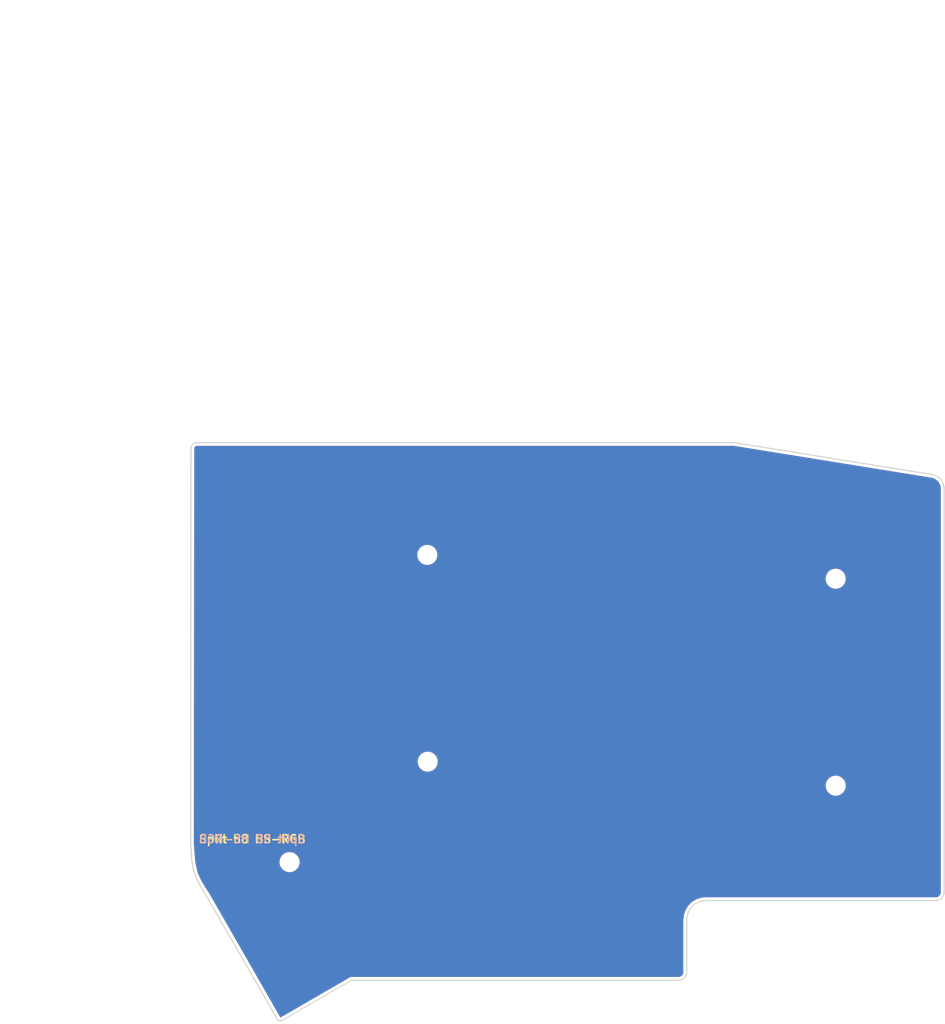
<source format=kicad_pcb>
(kicad_pcb (version 20171130) (host pcbnew "(5.1.6)-1")

  (general
    (thickness 1.6)
    (drawings 64)
    (tracks 0)
    (zones 0)
    (modules 5)
    (nets 1)
  )

  (page A4)
  (title_block
    (title "(Not!)Lily58")
    (date 2020-11-12)
    (rev 0.9)
    (company "Markus Knutsson <markus.knutsson@tweety.se>")
    (comment 1 https://github.com/TweetyDaBird)
    (comment 2 "Licensed under CERN-OHL-S v2 or any superseding version")
  )

  (layers
    (0 F.Cu signal)
    (31 B.Cu signal)
    (32 B.Adhes user)
    (33 F.Adhes user)
    (34 B.Paste user)
    (35 F.Paste user)
    (36 B.SilkS user)
    (37 F.SilkS user)
    (38 B.Mask user)
    (39 F.Mask user)
    (40 Dwgs.User user)
    (41 Cmts.User user)
    (42 Eco1.User user)
    (43 Eco2.User user)
    (44 Edge.Cuts user)
    (45 Margin user)
    (46 B.CrtYd user)
    (47 F.CrtYd user)
    (48 B.Fab user)
    (49 F.Fab user)
  )

  (setup
    (last_trace_width 0.25)
    (user_trace_width 2.5)
    (trace_clearance 0.2)
    (zone_clearance 0.508)
    (zone_45_only no)
    (trace_min 0.2)
    (via_size 0.6096)
    (via_drill 0.3048)
    (via_min_size 0.4)
    (via_min_drill 0.3)
    (uvia_size 0.3)
    (uvia_drill 0.1)
    (uvias_allowed no)
    (uvia_min_size 0.2)
    (uvia_min_drill 0.1)
    (edge_width 0.15)
    (segment_width 0.2)
    (pcb_text_width 0.3)
    (pcb_text_size 1.5 1.5)
    (mod_edge_width 0.15)
    (mod_text_size 1 1)
    (mod_text_width 0.15)
    (pad_size 1.397 1.397)
    (pad_drill 0.8128)
    (pad_to_mask_clearance 0.2)
    (aux_axis_origin 76.0603 36.6903)
    (visible_elements 7FFFFF7F)
    (pcbplotparams
      (layerselection 0x010f0_ffffffff)
      (usegerberextensions true)
      (usegerberattributes false)
      (usegerberadvancedattributes false)
      (creategerberjobfile false)
      (excludeedgelayer true)
      (linewidth 0.100000)
      (plotframeref false)
      (viasonmask false)
      (mode 1)
      (useauxorigin false)
      (hpglpennumber 1)
      (hpglpenspeed 20)
      (hpglpendiameter 15.000000)
      (psnegative false)
      (psa4output false)
      (plotreference true)
      (plotvalue true)
      (plotinvisibletext false)
      (padsonsilk false)
      (subtractmaskfromsilk true)
      (outputformat 1)
      (mirror false)
      (drillshape 0)
      (scaleselection 1)
      (outputdirectory "../gerber/"))
  )

  (net 0 "")

  (net_class Default "これは標準のネット クラスです。"
    (clearance 0.2)
    (trace_width 0.25)
    (via_dia 0.6096)
    (via_drill 0.3048)
    (uvia_dia 0.3)
    (uvia_drill 0.1)
  )

  (net_class GND ""
    (clearance 0.2)
    (trace_width 0.5)
    (via_dia 0.8128)
    (via_drill 0.3048)
    (uvia_dia 0.3)
    (uvia_drill 0.1)
  )

  (net_class VCC ""
    (clearance 0.2)
    (trace_width 0.5)
    (via_dia 0.8128)
    (via_drill 0.3048)
    (uvia_dia 0.3)
    (uvia_drill 0.1)
  )

  (module MountingHole:MountingHole_2.7mm_M2.5 (layer F.Cu) (tedit 56D1B4CB) (tstamp 5B8BE962)
    (at 98.8949 114.1095 90)
    (descr "Mounting Hole 2.7mm, no annular, M2.5")
    (tags "mounting hole 2.7mm no annular m2.5")
    (path /5B74D98F)
    (attr virtual)
    (fp_text reference TH7 (at 0 -3.7 90) (layer F.SilkS) hide
      (effects (font (size 1 1) (thickness 0.15)))
    )
    (fp_text value HOLE (at 0 3.7 90) (layer F.Fab)
      (effects (font (size 1 1) (thickness 0.15)))
    )
    (fp_circle (center 0 0) (end 2.95 0) (layer F.CrtYd) (width 0.05))
    (fp_circle (center 0 0) (end 2.7 0) (layer Cmts.User) (width 0.15))
    (fp_text user %R (at 0.3 0 90) (layer F.Fab)
      (effects (font (size 1 1) (thickness 0.15)))
    )
    (pad 1 np_thru_hole circle (at 0 0 90) (size 2.7 2.7) (drill 2.7) (layers *.Cu *.Mask))
  )

  (module MountingHole:MountingHole_2.7mm_M2.5 (layer F.Cu) (tedit 56D1B4CB) (tstamp 5B8BE95D)
    (at 199.7 100)
    (descr "Mounting Hole 2.7mm, no annular, M2.5")
    (tags "mounting hole 2.7mm no annular m2.5")
    (path /5B74D88C)
    (attr virtual)
    (fp_text reference TH6 (at 0 -3.7) (layer F.SilkS) hide
      (effects (font (size 1 1) (thickness 0.15)))
    )
    (fp_text value HOLE (at 0 3.7) (layer F.Fab)
      (effects (font (size 1 1) (thickness 0.15)))
    )
    (fp_circle (center 0 0) (end 2.95 0) (layer F.CrtYd) (width 0.05))
    (fp_circle (center 0 0) (end 2.7 0) (layer Cmts.User) (width 0.15))
    (fp_text user %R (at 0.3 0) (layer F.Fab)
      (effects (font (size 1 1) (thickness 0.15)))
    )
    (pad 1 np_thru_hole circle (at 0 0) (size 2.7 2.7) (drill 2.7) (layers *.Cu *.Mask))
  )

  (module MountingHole:MountingHole_2.7mm_M2.5 (layer F.Cu) (tedit 56D1B4CB) (tstamp 5B8BE958)
    (at 124.3965 95.5675)
    (descr "Mounting Hole 2.7mm, no annular, M2.5")
    (tags "mounting hole 2.7mm no annular m2.5")
    (path /5B74D78B)
    (attr virtual)
    (fp_text reference TH5 (at 0 -3.7) (layer F.SilkS) hide
      (effects (font (size 1 1) (thickness 0.15)))
    )
    (fp_text value HOLE (at 0 3.7) (layer F.Fab)
      (effects (font (size 1 1) (thickness 0.15)))
    )
    (fp_circle (center 0 0) (end 2.95 0) (layer F.CrtYd) (width 0.05))
    (fp_circle (center 0 0) (end 2.7 0) (layer Cmts.User) (width 0.15))
    (fp_text user %R (at 0.3 0) (layer F.Fab)
      (effects (font (size 1 1) (thickness 0.15)))
    )
    (pad 1 np_thru_hole circle (at 0 0) (size 2.7 2.7) (drill 2.7) (layers *.Cu *.Mask))
  )

  (module MountingHole:MountingHole_2.7mm_M2.5 (layer F.Cu) (tedit 56D1B4CB) (tstamp 5B8BE953)
    (at 199.7 61.8)
    (descr "Mounting Hole 2.7mm, no annular, M2.5")
    (tags "mounting hole 2.7mm no annular m2.5")
    (path /5B74D1C0)
    (attr virtual)
    (fp_text reference TH4 (at 0 -3.7) (layer F.SilkS) hide
      (effects (font (size 1 1) (thickness 0.15)))
    )
    (fp_text value HOLE (at 0 3.7) (layer F.Fab)
      (effects (font (size 1 1) (thickness 0.15)))
    )
    (fp_circle (center 0 0) (end 2.95 0) (layer F.CrtYd) (width 0.05))
    (fp_circle (center 0 0) (end 2.7 0) (layer Cmts.User) (width 0.15))
    (fp_text user %R (at 0.3 0) (layer F.Fab)
      (effects (font (size 1 1) (thickness 0.15)))
    )
    (pad 1 np_thru_hole circle (at 0 0) (size 2.7 2.7) (drill 2.7) (layers *.Cu *.Mask))
  )

  (module MountingHole:MountingHole_2.7mm_M2.5 (layer F.Cu) (tedit 56D1B4CB) (tstamp 5B8BE94E)
    (at 124.32538 57.40908)
    (descr "Mounting Hole 2.7mm, no annular, M2.5")
    (tags "mounting hole 2.7mm no annular m2.5")
    (path /5B74DA95)
    (attr virtual)
    (fp_text reference TH3 (at 0 -3.7) (layer F.SilkS) hide
      (effects (font (size 1 1) (thickness 0.15)))
    )
    (fp_text value HOLE (at 0 3.7) (layer F.Fab)
      (effects (font (size 1 1) (thickness 0.15)))
    )
    (fp_circle (center 0 0) (end 2.95 0) (layer F.CrtYd) (width 0.05))
    (fp_circle (center 0 0) (end 2.7 0) (layer Cmts.User) (width 0.15))
    (fp_text user %R (at 0.3 0) (layer F.Fab)
      (effects (font (size 1 1) (thickness 0.15)))
    )
    (pad 1 np_thru_hole circle (at 0 0) (size 2.7 2.7) (drill 2.7) (layers *.Cu *.Mask))
  )

  (dimension 139.00462 (width 0.15) (layer Eco1.User)
    (gr_text "139,005 mm" (at 150.20261 20.544) (layer Eco1.User)
      (effects (font (size 1 1) (thickness 0.15)))
    )
    (feature1 (pts (xy 80.7003 44.8564) (xy 80.7003 21.257579)))
    (feature2 (pts (xy 219.70492 44.8564) (xy 219.70492 21.257579)))
    (crossbar (pts (xy 219.70492 21.844) (xy 80.7003 21.844)))
    (arrow1a (pts (xy 80.7003 21.844) (xy 81.826804 21.257579)))
    (arrow1b (pts (xy 80.7003 21.844) (xy 81.826804 22.430421)))
    (arrow2a (pts (xy 219.70492 21.844) (xy 218.578416 21.257579)))
    (arrow2b (pts (xy 219.70492 21.844) (xy 218.578416 22.430421)))
  )
  (gr_text "Split 58 HS-RGB" (at 92.0115 109.855) (layer B.SilkS) (tstamp 5FAD16A2)
    (effects (font (size 1.5 1.5) (thickness 0.3)) (justify mirror))
  )
  (gr_text "Split 58 HS-RGB" (at 92.0115 109.855) (layer F.SilkS) (tstamp 5FC233E0)
    (effects (font (size 1.5 1.5) (thickness 0.3)))
  )
  (gr_line (start 80.7085 111.8235) (end 80.772 112.649) (layer Edge.Cuts) (width 0.2) (tstamp 5FB11E18))
  (gr_line (start 80.772 112.649) (end 80.899 114.1095) (layer Edge.Cuts) (width 0.2) (tstamp 5FB11B71))
  (gr_line (start 97.594758 143.271756) (end 110.31982 135.90524) (layer Edge.Cuts) (width 0.2))
  (gr_line (start 218.511891 42.96639) (end 217.79552 42.621355) (layer Edge.Cuts) (width 0.2))
  (gr_line (start 219.50172 44.1452) (end 219.70492 44.8564) (layer Edge.Cuts) (width 0.2) (tstamp 5FAC4583))
  (gr_line (start 219.13342 43.5102) (end 219.50172 44.1452) (layer Edge.Cuts) (width 0.2))
  (dimension 106.7181 (width 0.3) (layer Eco1.User) (tstamp 5BE6B60C)
    (gr_text "106,718 mm" (at 70.9603 90.04935 270) (layer Eco1.User) (tstamp 5BE6B60C)
      (effects (font (size 1.5 1.5) (thickness 0.3)))
    )
    (feature1 (pts (xy 76.0603 143.4084) (xy 72.473879 143.4084)))
    (feature2 (pts (xy 76.0603 36.6903) (xy 72.473879 36.6903)))
    (crossbar (pts (xy 73.0603 36.6903) (xy 73.0603 143.4084)))
    (arrow1a (pts (xy 73.0603 143.4084) (xy 72.473879 142.281896)))
    (arrow1b (pts (xy 73.0603 143.4084) (xy 73.646721 142.281896)))
    (arrow2a (pts (xy 73.0603 36.6903) (xy 72.473879 37.816804)))
    (arrow2b (pts (xy 73.0603 36.6903) (xy 73.646721 37.816804)))
  )
  (gr_line (start 175.719348 121.193595) (end 218.18092 121.19356) (layer Edge.Cuts) (width 0.2))
  (gr_line (start 175.013524 121.264638) (end 175.719348 121.193595) (layer Edge.Cuts) (width 0.2))
  (gr_line (start 174.356326 121.468421) (end 175.013524 121.264638) (layer Edge.Cuts) (width 0.2))
  (gr_line (start 173.761773 121.790925) (end 174.356326 121.468421) (layer Edge.Cuts) (width 0.2))
  (gr_line (start 173.243884 122.218131) (end 173.761773 121.790925) (layer Edge.Cuts) (width 0.2))
  (gr_line (start 172.816678 122.73602) (end 173.243884 122.218131) (layer Edge.Cuts) (width 0.2))
  (gr_line (start 172.494174 123.330573) (end 172.816678 122.73602) (layer Edge.Cuts) (width 0.2))
  (gr_line (start 172.290391 123.987771) (end 172.494174 123.330573) (layer Edge.Cuts) (width 0.2))
  (gr_line (start 172.19422 124.69622) (end 172.290391 123.987771) (layer Edge.Cuts) (width 0.2))
  (gr_line (start 217.79552 42.621355) (end 181.0004 36.6903) (layer Edge.Cuts) (width 0.2))
  (gr_line (start 171.53204 135.649242) (end 171.277232 135.787458) (layer Edge.Cuts) (width 0.2))
  (gr_line (start 171.753993 135.466153) (end 171.53204 135.649242) (layer Edge.Cuts) (width 0.2))
  (gr_line (start 171.937081 135.244201) (end 171.753993 135.466153) (layer Edge.Cuts) (width 0.2))
  (gr_line (start 172.075297 134.989392) (end 171.937081 135.244201) (layer Edge.Cuts) (width 0.2) (tstamp 5FB0BD0B))
  (gr_line (start 172.162633 134.707736) (end 172.075297 134.989392) (layer Edge.Cuts) (width 0.2))
  (gr_line (start 172.19308 134.427634) (end 172.162633 134.707736) (layer Edge.Cuts) (width 0.2))
  (gr_line (start 219.70492 44.8564) (end 219.70492 119.6848) (layer Edge.Cuts) (width 0.2))
  (gr_line (start 81.163697 36.869721) (end 81.342063 36.77297) (layer Edge.Cuts) (width 0.2) (tstamp 5FB119D9))
  (gr_line (start 81.00833 36.997883) (end 81.163697 36.869721) (layer Edge.Cuts) (width 0.2) (tstamp 5FB119D6))
  (gr_line (start 80.880169 37.153249) (end 81.00833 36.997883) (layer Edge.Cuts) (width 0.2) (tstamp 5FB119D0))
  (gr_line (start 80.783417 37.331615) (end 80.880169 37.153249) (layer Edge.Cuts) (width 0.2) (tstamp 5FB119D3))
  (gr_line (start 80.722283 37.528775) (end 80.783417 37.331615) (layer Edge.Cuts) (width 0.2) (tstamp 5FB119C7))
  (gr_line (start 80.7003 37.7444) (end 80.722283 37.528775) (layer Edge.Cuts) (width 0.2) (tstamp 5FB119C4))
  (gr_line (start 81.539222 36.711835) (end 81.7544 36.6903) (layer Edge.Cuts) (width 0.2) (tstamp 5FB119CD))
  (gr_line (start 81.342063 36.77297) (end 81.539222 36.711835) (layer Edge.Cuts) (width 0.2) (tstamp 5FB119CA))
  (gr_line (start 181.0004 36.6903) (end 81.7544 36.6903) (layer Edge.Cuts) (width 0.2))
  (gr_line (start 80.645 110.617) (end 80.7003 37.7444) (layer Edge.Cuts) (width 0.2))
  (gr_line (start 81.4197 116.3955) (end 81.9785 117.6655) (layer Edge.Cuts) (width 0.2) (tstamp 5FAC2F1F))
  (gr_line (start 81.153 115.3795) (end 81.4197 116.3955) (layer Edge.Cuts) (width 0.2))
  (gr_line (start 80.645 110.617) (end 80.7085 111.8235) (layer Edge.Cuts) (width 0.2))
  (gr_line (start 97.426864 143.357278) (end 97.594758 143.271756) (layer Edge.Cuts) (width 0.2))
  (gr_line (start 97.268206 143.404468) (end 97.426864 143.357278) (layer Edge.Cuts) (width 0.2))
  (gr_line (start 97.119252 143.413974) (end 97.268206 143.404468) (layer Edge.Cuts) (width 0.2))
  (gr_line (start 96.98047 143.386445) (end 97.119252 143.413974) (layer Edge.Cuts) (width 0.2))
  (gr_line (start 96.852328 143.322532) (end 96.98047 143.386445) (layer Edge.Cuts) (width 0.2))
  (gr_line (start 96.735295 143.222884) (end 96.852328 143.322532) (layer Edge.Cuts) (width 0.2))
  (gr_line (start 96.629837 143.08815) (end 96.735295 143.222884) (layer Edge.Cuts) (width 0.2))
  (gr_line (start 81.9785 117.6655) (end 96.629837 143.08815) (layer Edge.Cuts) (width 0.2))
  (gr_line (start 80.899 114.1095) (end 81.153 115.3795) (layer Edge.Cuts) (width 0.2))
  (gr_line (start 110.31982 135.90524) (end 170.69308 135.90524) (layer Edge.Cuts) (width 0.2))
  (gr_line (start 172.19422 124.69622) (end 172.19308 134.427634) (layer Edge.Cuts) (width 0.2))
  (gr_line (start 170.995576 135.874793) (end 170.69308 135.90524) (layer Edge.Cuts) (width 0.2))
  (gr_line (start 171.277232 135.787458) (end 170.995576 135.874793) (layer Edge.Cuts) (width 0.2))
  (gr_line (start 219.13342 43.5102) (end 218.511891 42.96639) (layer Edge.Cuts) (width 0.2))
  (gr_line (start 218.500315 121.165688) (end 218.18092 121.19356) (layer Edge.Cuts) (width 0.2) (tstamp 5FAC46A0))
  (gr_line (start 218.781972 121.078352) (end 218.500315 121.165688) (layer Edge.Cuts) (width 0.2) (tstamp 5FAC469D))
  (gr_line (start 219.03678 120.940136) (end 218.781972 121.078352) (layer Edge.Cuts) (width 0.2) (tstamp 5FAC468E))
  (gr_line (start 219.258732 120.757048) (end 219.03678 120.940136) (layer Edge.Cuts) (width 0.2) (tstamp 5FAC468B))
  (gr_line (start 219.441821 120.535096) (end 219.258732 120.757048) (layer Edge.Cuts) (width 0.2) (tstamp 5FAC469A))
  (gr_line (start 219.580037 120.280287) (end 219.441821 120.535096) (layer Edge.Cuts) (width 0.2) (tstamp 5FAC4694))
  (gr_line (start 219.667372 119.998631) (end 219.580037 120.280287) (layer Edge.Cuts) (width 0.2) (tstamp 5FAC4691))
  (gr_line (start 219.70492 119.6848) (end 219.667372 119.998631) (layer Edge.Cuts) (width 0.2) (tstamp 5FAC4697))
  (gr_line (start 61.3824 -17.470697) (end 61.3824 -17.470697) (layer Eco2.User) (width 0.1))
  (gr_line (start 45.503294 -44.952764) (end 45.503294 -44.952764) (layer Eco2.User) (width 0.1))

  (zone (net 0) (net_name "") (layer B.Cu) (tstamp 5C0C0F13) (hatch edge 0.508)
    (connect_pads (clearance 0.508))
    (min_thickness 0.254)
    (fill yes (arc_segments 16) (thermal_gap 0.508) (thermal_bridge_width 0.508))
    (polygon
      (pts
        (xy 72.6821 37.104) (xy 219.9 37) (xy 219.9 121) (xy 173.9 121) (xy 173.9 136)
        (xy 111.9 136) (xy 97.9 144) (xy 84.074 119.888) (xy 72.6821 103.104)
      )
    )
    (filled_polygon
      (pts
        (xy 217.572952 43.329966) (xy 218.103023 43.585272) (xy 218.558348 43.983661) (xy 218.820095 44.43495) (xy 218.96992 44.959338)
        (xy 218.969921 119.64098) (xy 218.945527 119.844869) (xy 218.89945 119.993469) (xy 218.829626 120.122193) (xy 218.736622 120.234938)
        (xy 218.623879 120.32794) (xy 218.495153 120.397765) (xy 218.357908 120.440322) (xy 218.148916 120.45856) (xy 175.790942 120.458596)
        (xy 175.790165 120.458443) (xy 175.718624 120.458596) (xy 175.683243 120.458596) (xy 175.682458 120.458673) (xy 175.681663 120.458675)
        (xy 175.646218 120.462243) (xy 175.575263 120.469231) (xy 175.574506 120.469461) (xy 174.974368 120.529866) (xy 174.936611 120.530098)
        (xy 174.867053 120.544379) (xy 174.797621 120.558345) (xy 174.762778 120.572865) (xy 174.173138 120.755701) (xy 174.137599 120.762997)
        (xy 174.037612 120.805134) (xy 174.037601 120.80514) (xy 174.004173 120.819228) (xy 173.974142 120.839562) (xy 173.912498 120.873)
        (xy 173.9 120.873) (xy 173.875224 120.87544) (xy 173.851399 120.882667) (xy 173.829443 120.894403) (xy 173.810197 120.910197)
        (xy 173.794403 120.929443) (xy 173.78867 120.940168) (xy 173.444237 121.127) (xy 173.411981 121.140456) (xy 173.380754 121.161435)
        (xy 173.379587 121.162068) (xy 173.350911 121.181484) (xy 173.321917 121.200963) (xy 173.320884 121.201815) (xy 173.289742 121.222901)
        (xy 173.265186 121.247761) (xy 172.805461 121.626988) (xy 172.776787 121.646043) (xy 172.749757 121.672938) (xy 172.748325 121.674119)
        (xy 172.724091 121.698475) (xy 172.699872 121.722573) (xy 172.698697 121.723997) (xy 172.671796 121.751034) (xy 172.652739 121.779711)
        (xy 172.273518 122.239428) (xy 172.248654 122.263989) (xy 172.227564 122.295137) (xy 172.226716 122.296165) (xy 172.207282 122.325091)
        (xy 172.187821 122.353834) (xy 172.187188 122.355001) (xy 172.166208 122.386229) (xy 172.152751 122.418487) (xy 171.865321 122.94838)
        (xy 171.84498 122.97842) (xy 171.802842 123.078406) (xy 171.80284 123.078414) (xy 171.78875 123.111847) (xy 171.781456 123.147377)
        (xy 171.602401 123.724826) (xy 171.591991 123.747558) (xy 171.581009 123.793816) (xy 171.577673 123.804574) (xy 171.572672 123.828932)
        (xy 171.566928 123.853126) (xy 171.565413 123.864288) (xy 171.555851 123.910859) (xy 171.555697 123.935859) (xy 171.473813 124.539065)
        (xy 171.469872 124.552051) (xy 171.46409 124.610692) (xy 171.461044 124.633129) (xy 171.460548 124.646608) (xy 171.459225 124.660029)
        (xy 171.459222 124.68267) (xy 171.457057 124.741557) (xy 171.459214 124.754956) (xy 171.458085 134.387762) (xy 171.439602 134.557799)
        (xy 171.394711 134.702571) (xy 171.324885 134.831299) (xy 171.231883 134.944044) (xy 171.119139 135.037046) (xy 170.990413 135.106871)
        (xy 170.848459 135.150887) (xy 170.656186 135.17024) (xy 110.379654 135.17024) (xy 110.367269 135.16821) (xy 110.307383 135.17024)
        (xy 110.283715 135.17024) (xy 110.271294 135.171463) (xy 110.222569 135.173115) (xy 110.19941 135.178543) (xy 110.175735 135.180875)
        (xy 110.129077 135.195029) (xy 110.081607 135.206155) (xy 110.059951 135.215998) (xy 110.037187 135.222903) (xy 109.994182 135.24589)
        (xy 109.982828 135.25105) (xy 109.962362 135.262898) (xy 109.9095 135.291153) (xy 109.899795 135.299118) (xy 97.254713 142.619334)
        (xy 84.184173 119.824826) (xy 84.179081 119.816678) (xy 83.433505 118.7182) (xy 82.63521 117.333018) (xy 82.11586 116.152679)
        (xy 81.869452 115.213983) (xy 81.627709 114.005268) (xy 81.619773 113.913995) (xy 96.9099 113.913995) (xy 96.9099 114.305005)
        (xy 96.986182 114.688503) (xy 97.135815 115.04975) (xy 97.353049 115.374864) (xy 97.629536 115.651351) (xy 97.95465 115.868585)
        (xy 98.315897 116.018218) (xy 98.699395 116.0945) (xy 99.090405 116.0945) (xy 99.473903 116.018218) (xy 99.83515 115.868585)
        (xy 100.160264 115.651351) (xy 100.436751 115.374864) (xy 100.653985 115.04975) (xy 100.803618 114.688503) (xy 100.8799 114.305005)
        (xy 100.8799 113.913995) (xy 100.803618 113.530497) (xy 100.653985 113.16925) (xy 100.436751 112.844136) (xy 100.160264 112.567649)
        (xy 99.83515 112.350415) (xy 99.473903 112.200782) (xy 99.090405 112.1245) (xy 98.699395 112.1245) (xy 98.315897 112.200782)
        (xy 97.95465 112.350415) (xy 97.629536 112.567649) (xy 97.353049 112.844136) (xy 97.135815 113.16925) (xy 96.986182 113.530497)
        (xy 96.9099 113.913995) (xy 81.619773 113.913995) (xy 81.504553 112.588962) (xy 81.442017 111.776) (xy 81.380014 110.597952)
        (xy 81.388204 99.804495) (xy 197.715 99.804495) (xy 197.715 100.195505) (xy 197.791282 100.579003) (xy 197.940915 100.94025)
        (xy 198.158149 101.265364) (xy 198.434636 101.541851) (xy 198.75975 101.759085) (xy 199.120997 101.908718) (xy 199.504495 101.985)
        (xy 199.895505 101.985) (xy 200.279003 101.908718) (xy 200.64025 101.759085) (xy 200.965364 101.541851) (xy 201.241851 101.265364)
        (xy 201.459085 100.94025) (xy 201.608718 100.579003) (xy 201.685 100.195505) (xy 201.685 99.804495) (xy 201.608718 99.420997)
        (xy 201.459085 99.05975) (xy 201.241851 98.734636) (xy 200.965364 98.458149) (xy 200.64025 98.240915) (xy 200.279003 98.091282)
        (xy 199.895505 98.015) (xy 199.504495 98.015) (xy 199.120997 98.091282) (xy 198.75975 98.240915) (xy 198.434636 98.458149)
        (xy 198.158149 98.734636) (xy 197.940915 99.05975) (xy 197.791282 99.420997) (xy 197.715 99.804495) (xy 81.388204 99.804495)
        (xy 81.391568 95.371995) (xy 122.4115 95.371995) (xy 122.4115 95.763005) (xy 122.487782 96.146503) (xy 122.637415 96.50775)
        (xy 122.854649 96.832864) (xy 123.131136 97.109351) (xy 123.45625 97.326585) (xy 123.817497 97.476218) (xy 124.200995 97.5525)
        (xy 124.592005 97.5525) (xy 124.975503 97.476218) (xy 125.33675 97.326585) (xy 125.661864 97.109351) (xy 125.938351 96.832864)
        (xy 126.155585 96.50775) (xy 126.305218 96.146503) (xy 126.3815 95.763005) (xy 126.3815 95.371995) (xy 126.305218 94.988497)
        (xy 126.155585 94.62725) (xy 125.938351 94.302136) (xy 125.661864 94.025649) (xy 125.33675 93.808415) (xy 124.975503 93.658782)
        (xy 124.592005 93.5825) (xy 124.200995 93.5825) (xy 123.817497 93.658782) (xy 123.45625 93.808415) (xy 123.131136 94.025649)
        (xy 122.854649 94.302136) (xy 122.637415 94.62725) (xy 122.487782 94.988497) (xy 122.4115 95.371995) (xy 81.391568 95.371995)
        (xy 81.417192 61.604495) (xy 197.715 61.604495) (xy 197.715 61.995505) (xy 197.791282 62.379003) (xy 197.940915 62.74025)
        (xy 198.158149 63.065364) (xy 198.434636 63.341851) (xy 198.75975 63.559085) (xy 199.120997 63.708718) (xy 199.504495 63.785)
        (xy 199.895505 63.785) (xy 200.279003 63.708718) (xy 200.64025 63.559085) (xy 200.965364 63.341851) (xy 201.241851 63.065364)
        (xy 201.459085 62.74025) (xy 201.608718 62.379003) (xy 201.685 61.995505) (xy 201.685 61.604495) (xy 201.608718 61.220997)
        (xy 201.459085 60.85975) (xy 201.241851 60.534636) (xy 200.965364 60.258149) (xy 200.64025 60.040915) (xy 200.279003 59.891282)
        (xy 199.895505 59.815) (xy 199.504495 59.815) (xy 199.120997 59.891282) (xy 198.75975 60.040915) (xy 198.434636 60.258149)
        (xy 198.158149 60.534636) (xy 197.940915 60.85975) (xy 197.791282 61.220997) (xy 197.715 61.604495) (xy 81.417192 61.604495)
        (xy 81.420525 57.213575) (xy 122.34038 57.213575) (xy 122.34038 57.604585) (xy 122.416662 57.988083) (xy 122.566295 58.34933)
        (xy 122.783529 58.674444) (xy 123.060016 58.950931) (xy 123.38513 59.168165) (xy 123.746377 59.317798) (xy 124.129875 59.39408)
        (xy 124.520885 59.39408) (xy 124.904383 59.317798) (xy 125.26563 59.168165) (xy 125.590744 58.950931) (xy 125.867231 58.674444)
        (xy 126.084465 58.34933) (xy 126.234098 57.988083) (xy 126.31038 57.604585) (xy 126.31038 57.213575) (xy 126.234098 56.830077)
        (xy 126.084465 56.46883) (xy 125.867231 56.143716) (xy 125.590744 55.867229) (xy 125.26563 55.649995) (xy 124.904383 55.500362)
        (xy 124.520885 55.42408) (xy 124.129875 55.42408) (xy 123.746377 55.500362) (xy 123.38513 55.649995) (xy 123.060016 55.867229)
        (xy 122.783529 56.143716) (xy 122.566295 56.46883) (xy 122.416662 56.830077) (xy 122.34038 57.213575) (xy 81.420525 57.213575)
        (xy 81.435271 37.782041) (xy 81.446047 37.676348) (xy 81.464005 37.618434) (xy 81.492365 37.566151) (xy 81.530442 37.519991)
        (xy 81.576597 37.481918) (xy 81.628884 37.453556) (xy 81.686137 37.435803) (xy 81.791084 37.4253) (xy 180.941548 37.4253)
      )
    )
  )
  (zone (net 0) (net_name "") (layer F.Cu) (tstamp 5C0C0F16) (hatch edge 0.508)
    (connect_pads (clearance 0.508))
    (min_thickness 0.254)
    (fill yes (arc_segments 16) (thermal_gap 0.508) (thermal_bridge_width 0.508))
    (polygon
      (pts
        (xy 73.025 36.3293) (xy 219.9 37) (xy 219.9 121) (xy 173.9 121) (xy 173.9 136)
        (xy 111.9 136) (xy 97.9 144) (xy 84.201 119.888) (xy 73.025 102.3293)
      )
    )
    (filled_polygon
      (pts
        (xy 217.572952 43.329966) (xy 218.103023 43.585272) (xy 218.558348 43.983661) (xy 218.820095 44.43495) (xy 218.96992 44.959338)
        (xy 218.969921 119.64098) (xy 218.945527 119.844869) (xy 218.89945 119.993469) (xy 218.829626 120.122193) (xy 218.736622 120.234938)
        (xy 218.623879 120.32794) (xy 218.495153 120.397765) (xy 218.357908 120.440322) (xy 218.148916 120.45856) (xy 175.790942 120.458596)
        (xy 175.790165 120.458443) (xy 175.718624 120.458596) (xy 175.683243 120.458596) (xy 175.682458 120.458673) (xy 175.681663 120.458675)
        (xy 175.646218 120.462243) (xy 175.575263 120.469231) (xy 175.574506 120.469461) (xy 174.974368 120.529866) (xy 174.936611 120.530098)
        (xy 174.867053 120.544379) (xy 174.797621 120.558345) (xy 174.762778 120.572865) (xy 174.173138 120.755701) (xy 174.137599 120.762997)
        (xy 174.037612 120.805134) (xy 174.037601 120.80514) (xy 174.004173 120.819228) (xy 173.974142 120.839562) (xy 173.912498 120.873)
        (xy 173.9 120.873) (xy 173.875224 120.87544) (xy 173.851399 120.882667) (xy 173.829443 120.894403) (xy 173.810197 120.910197)
        (xy 173.794403 120.929443) (xy 173.78867 120.940168) (xy 173.444237 121.127) (xy 173.411981 121.140456) (xy 173.380754 121.161435)
        (xy 173.379587 121.162068) (xy 173.350911 121.181484) (xy 173.321917 121.200963) (xy 173.320884 121.201815) (xy 173.289742 121.222901)
        (xy 173.265186 121.247761) (xy 172.805461 121.626988) (xy 172.776787 121.646043) (xy 172.749757 121.672938) (xy 172.748325 121.674119)
        (xy 172.724091 121.698475) (xy 172.699872 121.722573) (xy 172.698697 121.723997) (xy 172.671796 121.751034) (xy 172.652739 121.779711)
        (xy 172.273518 122.239428) (xy 172.248654 122.263989) (xy 172.227564 122.295137) (xy 172.226716 122.296165) (xy 172.207282 122.325091)
        (xy 172.187821 122.353834) (xy 172.187188 122.355001) (xy 172.166208 122.386229) (xy 172.152751 122.418487) (xy 171.865321 122.94838)
        (xy 171.84498 122.97842) (xy 171.802842 123.078406) (xy 171.80284 123.078414) (xy 171.78875 123.111847) (xy 171.781456 123.147377)
        (xy 171.602401 123.724826) (xy 171.591991 123.747558) (xy 171.581009 123.793816) (xy 171.577673 123.804574) (xy 171.572672 123.828932)
        (xy 171.566928 123.853126) (xy 171.565413 123.864288) (xy 171.555851 123.910859) (xy 171.555697 123.935859) (xy 171.473813 124.539065)
        (xy 171.469872 124.552051) (xy 171.46409 124.610692) (xy 171.461044 124.633129) (xy 171.460548 124.646608) (xy 171.459225 124.660029)
        (xy 171.459222 124.68267) (xy 171.457057 124.741557) (xy 171.459214 124.754956) (xy 171.458085 134.387762) (xy 171.439602 134.557799)
        (xy 171.394711 134.702571) (xy 171.324885 134.831299) (xy 171.231883 134.944044) (xy 171.119139 135.037046) (xy 170.990413 135.106871)
        (xy 170.848459 135.150887) (xy 170.656186 135.17024) (xy 110.379654 135.17024) (xy 110.367269 135.16821) (xy 110.307383 135.17024)
        (xy 110.283715 135.17024) (xy 110.271294 135.171463) (xy 110.222569 135.173115) (xy 110.19941 135.178543) (xy 110.175735 135.180875)
        (xy 110.129077 135.195029) (xy 110.081607 135.206155) (xy 110.059951 135.215998) (xy 110.037187 135.222903) (xy 109.994182 135.24589)
        (xy 109.982828 135.25105) (xy 109.962362 135.262898) (xy 109.9095 135.291153) (xy 109.899795 135.299118) (xy 97.259935 142.61631)
        (xy 84.311423 119.825264) (xy 84.308139 119.819807) (xy 82.433443 116.874458) (xy 82.11586 116.152679) (xy 81.869452 115.213983)
        (xy 81.627709 114.005268) (xy 81.619773 113.913995) (xy 96.9099 113.913995) (xy 96.9099 114.305005) (xy 96.986182 114.688503)
        (xy 97.135815 115.04975) (xy 97.353049 115.374864) (xy 97.629536 115.651351) (xy 97.95465 115.868585) (xy 98.315897 116.018218)
        (xy 98.699395 116.0945) (xy 99.090405 116.0945) (xy 99.473903 116.018218) (xy 99.83515 115.868585) (xy 100.160264 115.651351)
        (xy 100.436751 115.374864) (xy 100.653985 115.04975) (xy 100.803618 114.688503) (xy 100.8799 114.305005) (xy 100.8799 113.913995)
        (xy 100.803618 113.530497) (xy 100.653985 113.16925) (xy 100.436751 112.844136) (xy 100.160264 112.567649) (xy 99.83515 112.350415)
        (xy 99.473903 112.200782) (xy 99.090405 112.1245) (xy 98.699395 112.1245) (xy 98.315897 112.200782) (xy 97.95465 112.350415)
        (xy 97.629536 112.567649) (xy 97.353049 112.844136) (xy 97.135815 113.16925) (xy 96.986182 113.530497) (xy 96.9099 113.913995)
        (xy 81.619773 113.913995) (xy 81.504553 112.588962) (xy 81.442017 111.776) (xy 81.380014 110.597952) (xy 81.388204 99.804495)
        (xy 197.715 99.804495) (xy 197.715 100.195505) (xy 197.791282 100.579003) (xy 197.940915 100.94025) (xy 198.158149 101.265364)
        (xy 198.434636 101.541851) (xy 198.75975 101.759085) (xy 199.120997 101.908718) (xy 199.504495 101.985) (xy 199.895505 101.985)
        (xy 200.279003 101.908718) (xy 200.64025 101.759085) (xy 200.965364 101.541851) (xy 201.241851 101.265364) (xy 201.459085 100.94025)
        (xy 201.608718 100.579003) (xy 201.685 100.195505) (xy 201.685 99.804495) (xy 201.608718 99.420997) (xy 201.459085 99.05975)
        (xy 201.241851 98.734636) (xy 200.965364 98.458149) (xy 200.64025 98.240915) (xy 200.279003 98.091282) (xy 199.895505 98.015)
        (xy 199.504495 98.015) (xy 199.120997 98.091282) (xy 198.75975 98.240915) (xy 198.434636 98.458149) (xy 198.158149 98.734636)
        (xy 197.940915 99.05975) (xy 197.791282 99.420997) (xy 197.715 99.804495) (xy 81.388204 99.804495) (xy 81.391568 95.371995)
        (xy 122.4115 95.371995) (xy 122.4115 95.763005) (xy 122.487782 96.146503) (xy 122.637415 96.50775) (xy 122.854649 96.832864)
        (xy 123.131136 97.109351) (xy 123.45625 97.326585) (xy 123.817497 97.476218) (xy 124.200995 97.5525) (xy 124.592005 97.5525)
        (xy 124.975503 97.476218) (xy 125.33675 97.326585) (xy 125.661864 97.109351) (xy 125.938351 96.832864) (xy 126.155585 96.50775)
        (xy 126.305218 96.146503) (xy 126.3815 95.763005) (xy 126.3815 95.371995) (xy 126.305218 94.988497) (xy 126.155585 94.62725)
        (xy 125.938351 94.302136) (xy 125.661864 94.025649) (xy 125.33675 93.808415) (xy 124.975503 93.658782) (xy 124.592005 93.5825)
        (xy 124.200995 93.5825) (xy 123.817497 93.658782) (xy 123.45625 93.808415) (xy 123.131136 94.025649) (xy 122.854649 94.302136)
        (xy 122.637415 94.62725) (xy 122.487782 94.988497) (xy 122.4115 95.371995) (xy 81.391568 95.371995) (xy 81.417192 61.604495)
        (xy 197.715 61.604495) (xy 197.715 61.995505) (xy 197.791282 62.379003) (xy 197.940915 62.74025) (xy 198.158149 63.065364)
        (xy 198.434636 63.341851) (xy 198.75975 63.559085) (xy 199.120997 63.708718) (xy 199.504495 63.785) (xy 199.895505 63.785)
        (xy 200.279003 63.708718) (xy 200.64025 63.559085) (xy 200.965364 63.341851) (xy 201.241851 63.065364) (xy 201.459085 62.74025)
        (xy 201.608718 62.379003) (xy 201.685 61.995505) (xy 201.685 61.604495) (xy 201.608718 61.220997) (xy 201.459085 60.85975)
        (xy 201.241851 60.534636) (xy 200.965364 60.258149) (xy 200.64025 60.040915) (xy 200.279003 59.891282) (xy 199.895505 59.815)
        (xy 199.504495 59.815) (xy 199.120997 59.891282) (xy 198.75975 60.040915) (xy 198.434636 60.258149) (xy 198.158149 60.534636)
        (xy 197.940915 60.85975) (xy 197.791282 61.220997) (xy 197.715 61.604495) (xy 81.417192 61.604495) (xy 81.420525 57.213575)
        (xy 122.34038 57.213575) (xy 122.34038 57.604585) (xy 122.416662 57.988083) (xy 122.566295 58.34933) (xy 122.783529 58.674444)
        (xy 123.060016 58.950931) (xy 123.38513 59.168165) (xy 123.746377 59.317798) (xy 124.129875 59.39408) (xy 124.520885 59.39408)
        (xy 124.904383 59.317798) (xy 125.26563 59.168165) (xy 125.590744 58.950931) (xy 125.867231 58.674444) (xy 126.084465 58.34933)
        (xy 126.234098 57.988083) (xy 126.31038 57.604585) (xy 126.31038 57.213575) (xy 126.234098 56.830077) (xy 126.084465 56.46883)
        (xy 125.867231 56.143716) (xy 125.590744 55.867229) (xy 125.26563 55.649995) (xy 124.904383 55.500362) (xy 124.520885 55.42408)
        (xy 124.129875 55.42408) (xy 123.746377 55.500362) (xy 123.38513 55.649995) (xy 123.060016 55.867229) (xy 122.783529 56.143716)
        (xy 122.566295 56.46883) (xy 122.416662 56.830077) (xy 122.34038 57.213575) (xy 81.420525 57.213575) (xy 81.435271 37.782041)
        (xy 81.446047 37.676348) (xy 81.464005 37.618434) (xy 81.492365 37.566151) (xy 81.530442 37.519991) (xy 81.576597 37.481918)
        (xy 81.628884 37.453556) (xy 81.686137 37.435803) (xy 81.791084 37.4253) (xy 180.941548 37.4253)
      )
    )
  )
)

</source>
